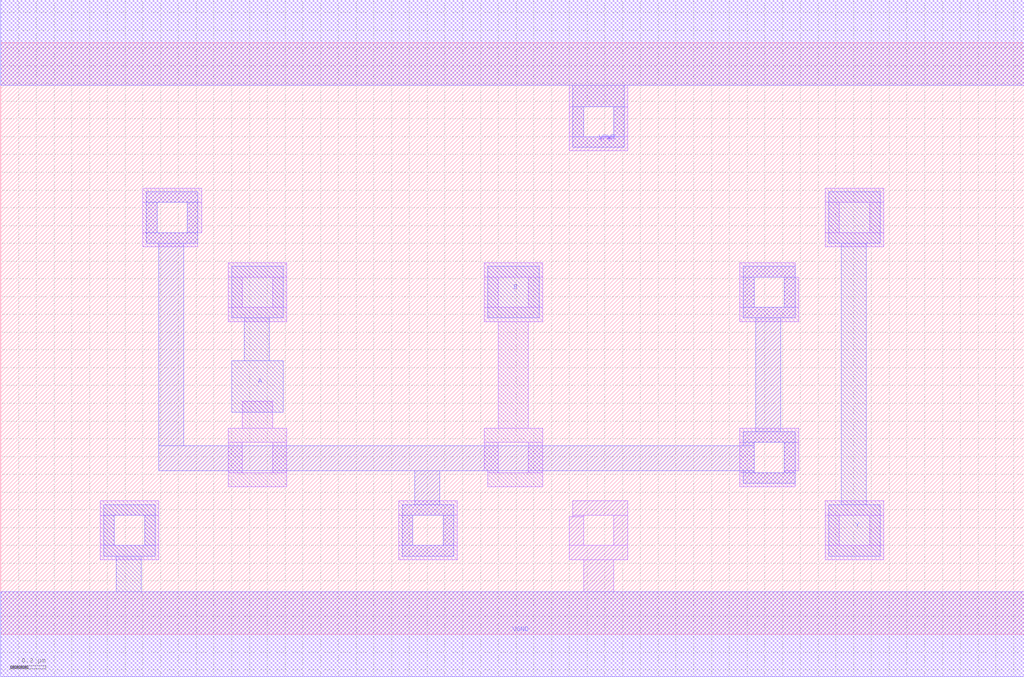
<source format=lef>
VERSION 5.7 ;
  NOWIREEXTENSIONATPIN ON ;
  DIVIDERCHAR "/" ;
  BUSBITCHARS "[]" ;
MACRO OR2X2
  CLASS CORE ;
  FOREIGN OR2X2 ;
  ORIGIN 0.000 0.000 ;
  SIZE 5.760 BY 3.330 ;
  SYMMETRY X Y R90 ;
  SITE unit ;
  PIN VPWR
    DIRECTION INOUT ;
    USE POWER ;
    SHAPE ABUTMENT ;
    PORT
      LAYER met1 ;
        RECT 0.000 3.090 5.760 3.570 ;
        RECT 3.220 2.970 3.510 3.090 ;
        RECT 3.220 2.800 3.280 2.970 ;
        RECT 3.450 2.800 3.510 2.970 ;
        RECT 3.220 2.740 3.510 2.800 ;
    END
    PORT
      LAYER li1 ;
        RECT 0.000 3.090 5.760 3.570 ;
        RECT 3.200 2.970 3.530 3.090 ;
        RECT 3.200 2.800 3.280 2.970 ;
        RECT 3.450 2.800 3.530 2.970 ;
        RECT 3.200 2.720 3.530 2.800 ;
    END
  END VPWR
  PIN VGND
    DIRECTION INOUT ;
    USE GROUND ;
    SHAPE ABUTMENT ;
    PORT
      LAYER met1 ;
        RECT 0.580 0.670 0.870 0.730 ;
        RECT 0.580 0.500 0.640 0.670 ;
        RECT 0.810 0.500 0.870 0.670 ;
        RECT 0.580 0.440 0.870 0.500 ;
        RECT 0.650 0.240 0.790 0.440 ;
        RECT 0.000 -0.240 5.760 0.240 ;
    END
    PORT
      LAYER li1 ;
        RECT 3.220 0.670 3.530 0.750 ;
        RECT 3.220 0.660 3.280 0.670 ;
        RECT 3.200 0.500 3.280 0.660 ;
        RECT 3.450 0.500 3.530 0.670 ;
        RECT 3.200 0.420 3.530 0.500 ;
        RECT 3.280 0.240 3.450 0.420 ;
        RECT 0.000 -0.240 5.760 0.240 ;
    END
  END VGND
  PIN Y
    DIRECTION INOUT ;
    USE SIGNAL ;
    SHAPE ABUTMENT ;
    PORT
      LAYER met1 ;
        RECT 4.660 2.200 4.950 2.490 ;
        RECT 4.730 0.730 4.870 2.200 ;
        RECT 4.660 0.440 4.950 0.730 ;
    END
  END Y
  PIN A
    DIRECTION INOUT ;
    USE SIGNAL ;
    SHAPE ABUTMENT ;
    PORT
      LAYER met1 ;
        RECT 1.300 1.780 1.590 2.070 ;
        RECT 1.370 1.540 1.510 1.780 ;
        RECT 1.300 1.250 1.590 1.540 ;
    END
  END A
  PIN B
    DIRECTION INOUT ;
    USE SIGNAL ;
    SHAPE ABUTMENT ;
    PORT
      LAYER met1 ;
        RECT 2.740 1.780 3.030 2.070 ;
    END
  END B
  OBS
      LAYER li1 ;
        RECT 0.800 2.430 1.130 2.510 ;
        RECT 0.800 2.260 0.880 2.430 ;
        RECT 1.050 2.260 1.130 2.430 ;
        RECT 4.640 2.430 4.970 2.510 ;
        RECT 4.640 2.260 4.720 2.430 ;
        RECT 4.890 2.260 4.970 2.430 ;
        RECT 0.800 2.180 1.110 2.260 ;
        RECT 4.640 2.180 4.970 2.260 ;
        RECT 1.280 2.010 1.610 2.090 ;
        RECT 1.280 1.840 1.360 2.010 ;
        RECT 1.530 1.840 1.610 2.010 ;
        RECT 1.280 1.760 1.610 1.840 ;
        RECT 2.720 2.010 3.050 2.090 ;
        RECT 2.720 1.840 2.800 2.010 ;
        RECT 2.970 1.840 3.050 2.010 ;
        RECT 2.720 1.760 3.050 1.840 ;
        RECT 4.160 2.010 4.470 2.090 ;
        RECT 4.160 1.840 4.240 2.010 ;
        RECT 4.410 1.840 4.490 2.010 ;
        RECT 4.160 1.760 4.490 1.840 ;
        RECT 1.360 1.160 1.530 1.310 ;
        RECT 2.800 1.160 2.970 1.760 ;
        RECT 1.280 1.080 1.610 1.160 ;
        RECT 1.280 0.910 1.360 1.080 ;
        RECT 1.530 0.910 1.610 1.080 ;
        RECT 2.720 1.080 3.050 1.160 ;
        RECT 2.720 0.920 2.800 1.080 ;
        RECT 1.280 0.830 1.610 0.910 ;
        RECT 2.740 0.910 2.800 0.920 ;
        RECT 2.970 0.910 3.050 1.080 ;
        RECT 2.740 0.830 3.050 0.910 ;
        RECT 4.160 1.080 4.490 1.160 ;
        RECT 4.160 0.910 4.240 1.080 ;
        RECT 4.410 0.920 4.490 1.080 ;
        RECT 4.410 0.910 4.470 0.920 ;
        RECT 4.160 0.830 4.470 0.910 ;
        RECT 0.560 0.670 0.890 0.750 ;
        RECT 0.560 0.500 0.640 0.670 ;
        RECT 0.810 0.500 0.890 0.670 ;
        RECT 0.560 0.420 0.890 0.500 ;
        RECT 2.240 0.670 2.570 0.750 ;
        RECT 2.240 0.500 2.320 0.670 ;
        RECT 2.490 0.500 2.570 0.670 ;
        RECT 2.240 0.420 2.570 0.500 ;
        RECT 4.640 0.670 4.970 0.750 ;
        RECT 4.640 0.500 4.720 0.670 ;
        RECT 4.890 0.500 4.970 0.670 ;
        RECT 4.640 0.420 4.970 0.500 ;
      LAYER met1 ;
        RECT 0.820 2.430 1.110 2.490 ;
        RECT 0.820 2.260 0.880 2.430 ;
        RECT 1.050 2.260 1.110 2.430 ;
        RECT 0.820 2.200 1.110 2.260 ;
        RECT 0.890 1.060 1.030 2.200 ;
        RECT 4.180 2.010 4.470 2.070 ;
        RECT 4.180 1.840 4.240 2.010 ;
        RECT 4.410 1.840 4.470 2.010 ;
        RECT 4.180 1.780 4.470 1.840 ;
        RECT 4.250 1.140 4.390 1.780 ;
        RECT 4.180 1.080 4.470 1.140 ;
        RECT 4.180 1.060 4.240 1.080 ;
        RECT 0.890 0.920 4.240 1.060 ;
        RECT 2.330 0.730 2.470 0.920 ;
        RECT 4.180 0.910 4.240 0.920 ;
        RECT 4.410 0.910 4.470 1.080 ;
        RECT 4.180 0.850 4.470 0.910 ;
        RECT 2.260 0.670 2.550 0.730 ;
        RECT 2.260 0.500 2.320 0.670 ;
        RECT 2.490 0.500 2.550 0.670 ;
        RECT 2.260 0.440 2.550 0.500 ;
  END
END OR2X2
END LIBRARY


</source>
